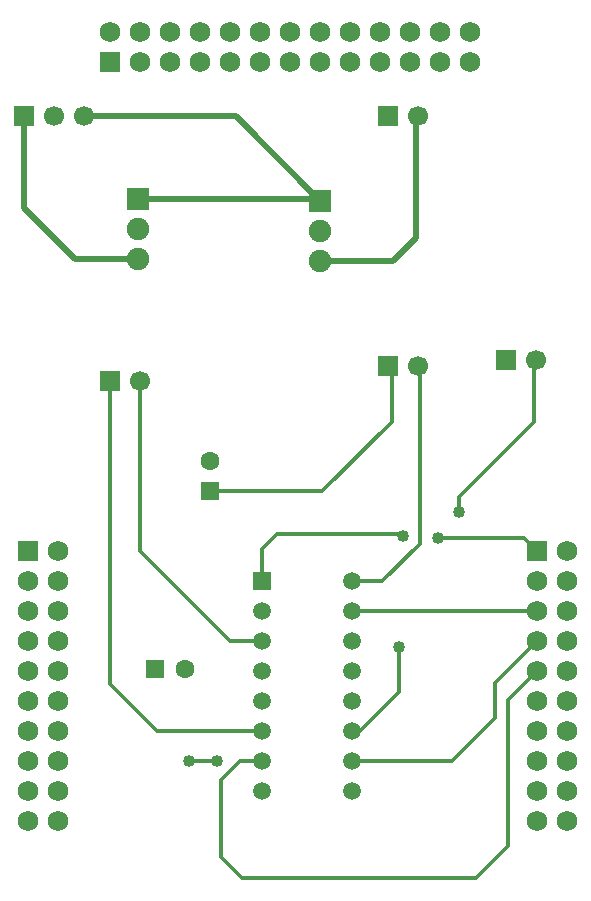
<source format=gtl>
G04 DipTrace 3.1.0.1*
G04 09342-02_pranvokua9_0_1.gtl*
%MOMM*%
G04 #@! TF.FileFunction,Copper,L1,Top*
G04 #@! TF.Part,Single*
G04 #@! TA.AperFunction,Conductor*
%ADD14C,0.508*%
%ADD15C,0.33*%
G04 #@! TA.AperFunction,ComponentPad*
%ADD17C,1.6*%
%ADD18R,1.6X1.6*%
%ADD19R,1.75X1.75*%
%ADD20C,1.75*%
%ADD21R,1.7X1.7*%
%ADD22C,1.7*%
%ADD23R,1.9X1.9*%
%ADD24C,1.9*%
%ADD25R,1.5X1.5*%
%ADD26C,1.5*%
G04 #@! TA.AperFunction,ViaPad*
%ADD27C,1.016*%
%FSLAX35Y35*%
G04*
G71*
G90*
G75*
G01*
G04 Top*
%LPD*%
X1318267Y8223167D2*
D14*
Y7445373D1*
X1746847Y7016793D1*
X2286487D1*
X2286540Y7016740D1*
X2302440Y5985027D2*
D15*
Y4540527D1*
X3064207Y3778760D1*
X3333470D1*
Y3016760D2*
X2445227D1*
X2048440Y3413547D1*
Y5985027D1*
X4095470Y4032760D2*
X5657573D1*
X5658207Y4033393D1*
X4095470Y2762760D2*
X4936850D1*
X5301973Y3127883D1*
Y3423160D1*
X5658207Y3779393D1*
X3333470Y2762760D2*
X3142973D1*
X2984220Y2604007D1*
Y1953133D1*
X3158847Y1778507D1*
X5143220D1*
X5413097Y2048383D1*
Y3280283D1*
X5658207Y3525393D1*
X4095470Y3016760D2*
X4158973D1*
X4492347Y3350133D1*
Y3731133D1*
X5000347Y4874133D2*
Y5001133D1*
X5635347Y5636133D1*
Y6144133D1*
X5651220Y6160007D1*
X3333470Y4286760D2*
Y4556630D1*
X3460473Y4683633D1*
X4508223D1*
X4524097Y4667760D1*
X4825720Y4651883D2*
X5547717D1*
X5658207Y4541393D1*
X2953220Y2762740D2*
X2715120D1*
X2889727Y5048500D2*
X3842127D1*
X4429440Y5635813D1*
Y6080040D1*
X4397097Y6112383D1*
X4095470Y4286760D2*
X4349473D1*
X4666973Y4604260D1*
Y6096507D1*
X4651097Y6112383D1*
X1826267Y8223167D2*
D14*
X3111953D1*
X3826253Y7508867D1*
X2286540Y7524740D2*
X3810380D1*
X3826253Y7508867D1*
Y7000867D2*
X4445260D1*
X4635793Y7191400D1*
Y8207267D1*
X4651693Y8223167D1*
D27*
X2953220Y2762740D3*
X4524097Y4667760D3*
X4825720Y4651883D3*
X2715120Y2762740D3*
X4492347Y3731133D3*
X5000347Y4874133D3*
D17*
X2683387Y3540520D3*
D18*
X2429387D3*
X2889727Y5048500D3*
D17*
Y5302500D3*
D19*
X1349097Y4540760D3*
D20*
Y4286760D3*
Y4032760D3*
Y3778760D3*
Y3524760D3*
Y3270760D3*
Y3016760D3*
Y2762760D3*
Y2508760D3*
Y2254760D3*
X1603097D3*
Y2508760D3*
Y2762760D3*
Y3016760D3*
Y3270760D3*
Y3524760D3*
Y3778760D3*
Y4032760D3*
Y4286760D3*
Y4540760D3*
D19*
X5658207Y4541393D3*
D20*
Y4287393D3*
Y4033393D3*
Y3779393D3*
Y3525393D3*
Y3271393D3*
Y3017393D3*
Y2763393D3*
Y2509393D3*
Y2255393D3*
X5912207D3*
Y2509393D3*
Y2763393D3*
Y3017393D3*
Y3271393D3*
Y3525393D3*
Y3779393D3*
Y4033393D3*
Y4287393D3*
Y4541393D3*
D21*
X2048440Y5985027D3*
D22*
X2302440D3*
D21*
X5397220Y6160007D3*
D22*
X5651220D3*
D21*
X4397097Y6112383D3*
D22*
X4651097D3*
D19*
X2047597Y8684133D3*
D20*
X2301597D3*
X2555597D3*
X2809597D3*
X3063597D3*
X3317597D3*
X3571597D3*
X3825597D3*
X4079597D3*
X4333597D3*
X4587597D3*
X4841597D3*
X5095597D3*
Y8938133D3*
X4841597D3*
X4587597D3*
X4333597D3*
X4079597D3*
X3825597D3*
X3571597D3*
X3317597D3*
X3063597D3*
X2809597D3*
X2555597D3*
X2301597D3*
X2047597D3*
D21*
X1318267Y8223167D3*
D22*
X1572267D3*
X1826267D3*
D21*
X4397693D3*
D22*
X4651693D3*
D23*
X2286540Y7524740D3*
D24*
Y7270740D3*
Y7016740D3*
D25*
X3333470Y4286760D3*
D26*
Y4032760D3*
Y3778760D3*
Y3524760D3*
Y3270760D3*
Y3016760D3*
Y2762760D3*
Y2508760D3*
X4095470D3*
Y2762760D3*
Y3016760D3*
Y3270760D3*
Y3524760D3*
Y3778760D3*
Y4032760D3*
Y4286760D3*
D23*
X3826253Y7508867D3*
D24*
Y7254867D3*
Y7000867D3*
M02*

</source>
